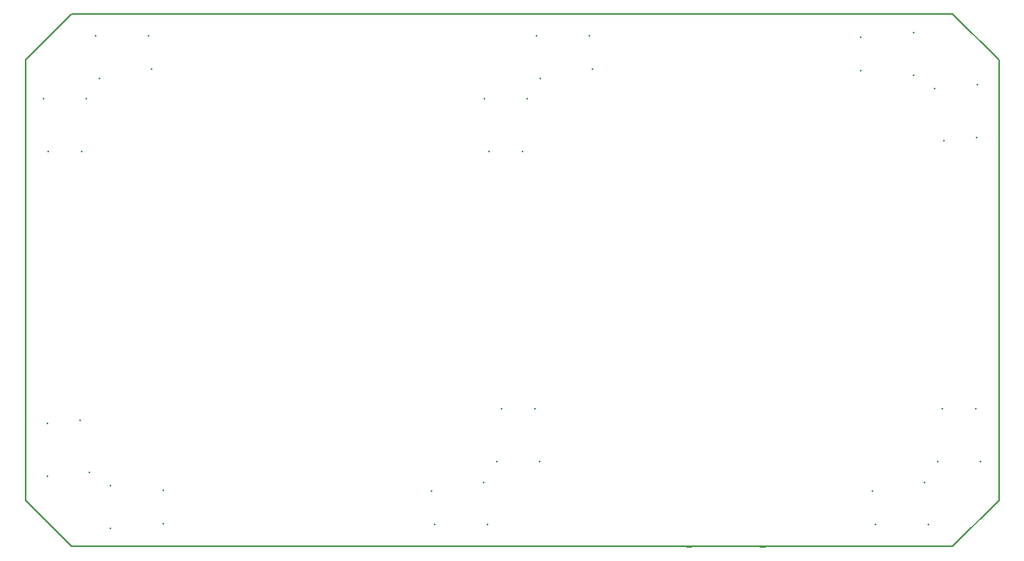
<source format=gtp>
G04*
G04 #@! TF.GenerationSoftware,Altium Limited,Altium Designer,19.0.10 (269)*
G04*
G04 Layer_Color=8421504*
%FSLAX44Y44*%
%MOMM*%
G71*
G01*
G75*
%ADD12C,0.2000*%
%ADD13C,0.2000*%
D12*
X50000Y0D02*
X1010000D01*
X1060000Y50000D01*
Y530000D01*
X1010000Y580000D02*
X1060000Y530000D01*
X50000Y580000D02*
X1010000D01*
X0Y50000D02*
Y530000D01*
Y50000D02*
X50000Y0D01*
X0Y530000D02*
X50000Y580000D01*
X720500Y-250D02*
X725500D01*
X800500D02*
X805750D01*
D13*
X922440Y60000D02*
D03*
X925610Y23730D02*
D03*
X979350Y70090D02*
D03*
X983410Y23670D02*
D03*
X993700Y92420D02*
D03*
X998800Y150000D02*
D03*
X1035200D02*
D03*
X1040300Y92420D02*
D03*
X1000000Y442440D02*
D03*
X1036270Y445610D02*
D03*
X989910Y499350D02*
D03*
X1036330Y503410D02*
D03*
X967580Y513700D02*
D03*
X910000Y518800D02*
D03*
Y555200D02*
D03*
X967580Y560300D02*
D03*
X617560Y520000D02*
D03*
X614390Y556270D02*
D03*
X560650Y509910D02*
D03*
X556590Y556330D02*
D03*
X546300Y487580D02*
D03*
X541200Y430000D02*
D03*
X504800D02*
D03*
X499700Y487580D02*
D03*
X442440Y60000D02*
D03*
X445610Y23730D02*
D03*
X499350Y70090D02*
D03*
X503410Y23670D02*
D03*
X513700Y92420D02*
D03*
X518800Y150000D02*
D03*
X555200D02*
D03*
X560300Y92420D02*
D03*
X137560Y520000D02*
D03*
X134390Y556270D02*
D03*
X80650Y509910D02*
D03*
X76590Y556330D02*
D03*
X66300Y487580D02*
D03*
X61200Y430000D02*
D03*
X24800D02*
D03*
X19700Y487580D02*
D03*
X60000Y137560D02*
D03*
X23730Y134390D02*
D03*
X70090Y80650D02*
D03*
X23670Y76590D02*
D03*
X92420Y66300D02*
D03*
X150000Y61200D02*
D03*
Y24800D02*
D03*
X92420Y19700D02*
D03*
M02*

</source>
